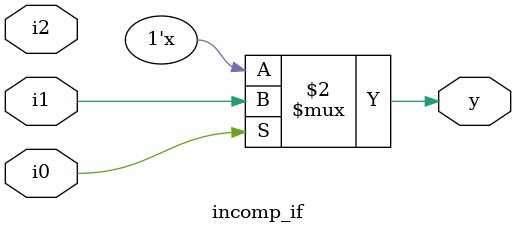
<source format=v>
module incomp_if (input i0 , input i1 , input i2 , output reg y);
 always @ (*)
 begin
  if(i0)
   y <= i1;
 end
endmodule

</source>
